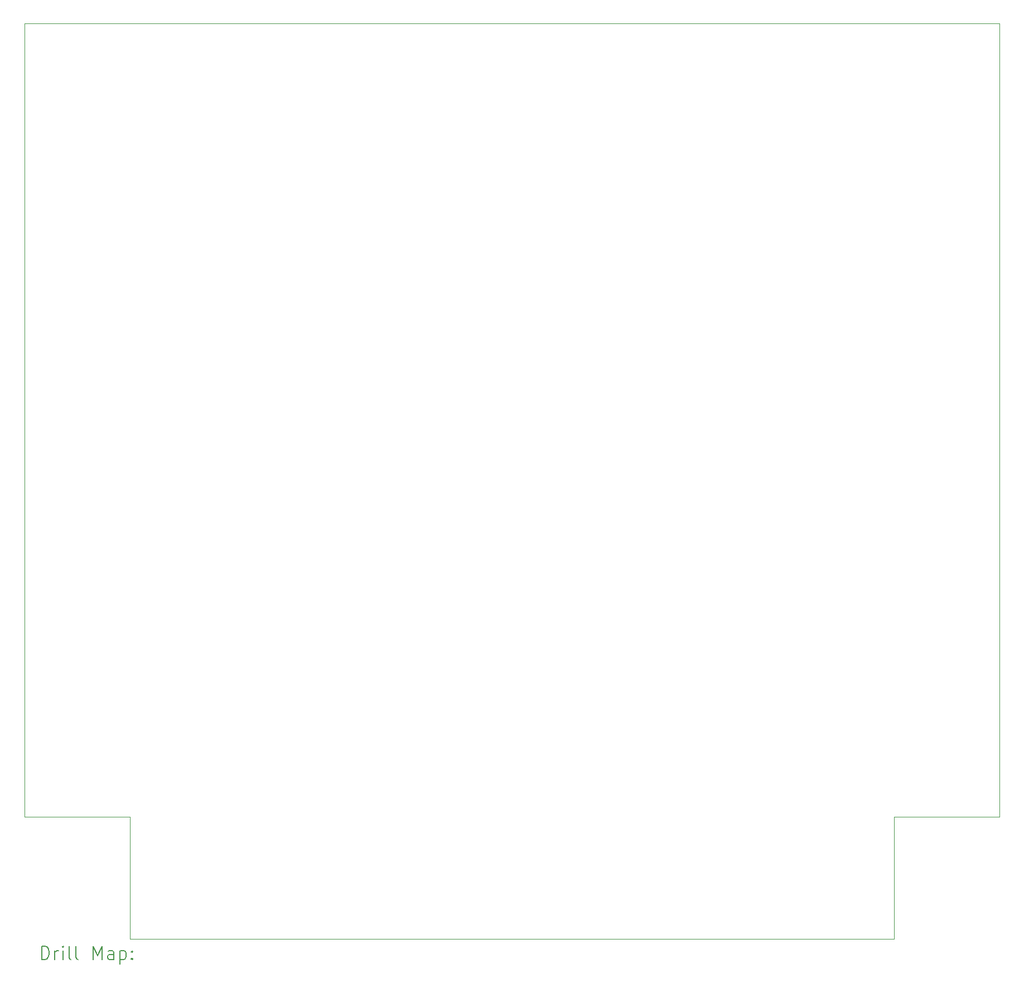
<source format=gbr>
%TF.GenerationSoftware,KiCad,Pcbnew,9.0.4*%
%TF.CreationDate,2025-10-04T20:02:20+02:00*%
%TF.ProjectId,DMH_VCEG_PCB_2,444d485f-5643-4454-975f-5043425f322e,1*%
%TF.SameCoordinates,Original*%
%TF.FileFunction,Drillmap*%
%TF.FilePolarity,Positive*%
%FSLAX45Y45*%
G04 Gerber Fmt 4.5, Leading zero omitted, Abs format (unit mm)*
G04 Created by KiCad (PCBNEW 9.0.4) date 2025-10-04 20:02:20*
%MOMM*%
%LPD*%
G01*
G04 APERTURE LIST*
%ADD10C,0.050000*%
%ADD11C,0.200000*%
G04 APERTURE END LIST*
D10*
X17400000Y-4250000D02*
X17400000Y-16300000D01*
X15800000Y-18150000D02*
X4200000Y-18150000D01*
X15800000Y-16300000D02*
X15800000Y-18150000D01*
X2600000Y-4250000D02*
X17400000Y-4250000D01*
X4200000Y-18150000D02*
X4200000Y-16300000D01*
X2600000Y-16300000D02*
X2600000Y-4250000D01*
X17400000Y-16300000D02*
X15800000Y-16300000D01*
X4200000Y-16300000D02*
X2600000Y-16300000D01*
D11*
X2858277Y-18463984D02*
X2858277Y-18263984D01*
X2858277Y-18263984D02*
X2905896Y-18263984D01*
X2905896Y-18263984D02*
X2934467Y-18273508D01*
X2934467Y-18273508D02*
X2953515Y-18292555D01*
X2953515Y-18292555D02*
X2963039Y-18311603D01*
X2963039Y-18311603D02*
X2972562Y-18349698D01*
X2972562Y-18349698D02*
X2972562Y-18378270D01*
X2972562Y-18378270D02*
X2963039Y-18416365D01*
X2963039Y-18416365D02*
X2953515Y-18435412D01*
X2953515Y-18435412D02*
X2934467Y-18454460D01*
X2934467Y-18454460D02*
X2905896Y-18463984D01*
X2905896Y-18463984D02*
X2858277Y-18463984D01*
X3058277Y-18463984D02*
X3058277Y-18330650D01*
X3058277Y-18368746D02*
X3067801Y-18349698D01*
X3067801Y-18349698D02*
X3077324Y-18340174D01*
X3077324Y-18340174D02*
X3096372Y-18330650D01*
X3096372Y-18330650D02*
X3115420Y-18330650D01*
X3182086Y-18463984D02*
X3182086Y-18330650D01*
X3182086Y-18263984D02*
X3172562Y-18273508D01*
X3172562Y-18273508D02*
X3182086Y-18283031D01*
X3182086Y-18283031D02*
X3191610Y-18273508D01*
X3191610Y-18273508D02*
X3182086Y-18263984D01*
X3182086Y-18263984D02*
X3182086Y-18283031D01*
X3305896Y-18463984D02*
X3286848Y-18454460D01*
X3286848Y-18454460D02*
X3277324Y-18435412D01*
X3277324Y-18435412D02*
X3277324Y-18263984D01*
X3410658Y-18463984D02*
X3391610Y-18454460D01*
X3391610Y-18454460D02*
X3382086Y-18435412D01*
X3382086Y-18435412D02*
X3382086Y-18263984D01*
X3639229Y-18463984D02*
X3639229Y-18263984D01*
X3639229Y-18263984D02*
X3705896Y-18406841D01*
X3705896Y-18406841D02*
X3772562Y-18263984D01*
X3772562Y-18263984D02*
X3772562Y-18463984D01*
X3953515Y-18463984D02*
X3953515Y-18359222D01*
X3953515Y-18359222D02*
X3943991Y-18340174D01*
X3943991Y-18340174D02*
X3924943Y-18330650D01*
X3924943Y-18330650D02*
X3886848Y-18330650D01*
X3886848Y-18330650D02*
X3867801Y-18340174D01*
X3953515Y-18454460D02*
X3934467Y-18463984D01*
X3934467Y-18463984D02*
X3886848Y-18463984D01*
X3886848Y-18463984D02*
X3867801Y-18454460D01*
X3867801Y-18454460D02*
X3858277Y-18435412D01*
X3858277Y-18435412D02*
X3858277Y-18416365D01*
X3858277Y-18416365D02*
X3867801Y-18397317D01*
X3867801Y-18397317D02*
X3886848Y-18387793D01*
X3886848Y-18387793D02*
X3934467Y-18387793D01*
X3934467Y-18387793D02*
X3953515Y-18378270D01*
X4048753Y-18330650D02*
X4048753Y-18530650D01*
X4048753Y-18340174D02*
X4067801Y-18330650D01*
X4067801Y-18330650D02*
X4105896Y-18330650D01*
X4105896Y-18330650D02*
X4124943Y-18340174D01*
X4124943Y-18340174D02*
X4134467Y-18349698D01*
X4134467Y-18349698D02*
X4143991Y-18368746D01*
X4143991Y-18368746D02*
X4143991Y-18425889D01*
X4143991Y-18425889D02*
X4134467Y-18444936D01*
X4134467Y-18444936D02*
X4124943Y-18454460D01*
X4124943Y-18454460D02*
X4105896Y-18463984D01*
X4105896Y-18463984D02*
X4067801Y-18463984D01*
X4067801Y-18463984D02*
X4048753Y-18454460D01*
X4229705Y-18444936D02*
X4239229Y-18454460D01*
X4239229Y-18454460D02*
X4229705Y-18463984D01*
X4229705Y-18463984D02*
X4220182Y-18454460D01*
X4220182Y-18454460D02*
X4229705Y-18444936D01*
X4229705Y-18444936D02*
X4229705Y-18463984D01*
X4229705Y-18340174D02*
X4239229Y-18349698D01*
X4239229Y-18349698D02*
X4229705Y-18359222D01*
X4229705Y-18359222D02*
X4220182Y-18349698D01*
X4220182Y-18349698D02*
X4229705Y-18340174D01*
X4229705Y-18340174D02*
X4229705Y-18359222D01*
M02*

</source>
